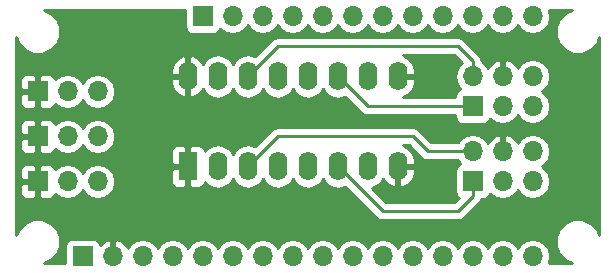
<source format=gbr>
G04 #@! TF.FileFunction,Copper,L3,Inr,Signal*
%FSLAX46Y46*%
G04 Gerber Fmt 4.6, Leading zero omitted, Abs format (unit mm)*
G04 Created by KiCad (PCBNEW 4.0.6) date Wednesday, June 21, 2017 'PMt' 08:53:47 PM*
%MOMM*%
%LPD*%
G01*
G04 APERTURE LIST*
%ADD10C,0.100000*%
%ADD11R,1.600000X2.400000*%
%ADD12O,1.600000X2.400000*%
%ADD13R,1.700000X1.700000*%
%ADD14O,1.700000X1.700000*%
%ADD15C,0.250000*%
%ADD16C,0.254000*%
G04 APERTURE END LIST*
D10*
D11*
X99060000Y-100330000D03*
D12*
X116840000Y-92710000D03*
X101600000Y-100330000D03*
X114300000Y-92710000D03*
X104140000Y-100330000D03*
X111760000Y-92710000D03*
X106680000Y-100330000D03*
X109220000Y-92710000D03*
X109220000Y-100330000D03*
X106680000Y-92710000D03*
X111760000Y-100330000D03*
X104140000Y-92710000D03*
X114300000Y-100330000D03*
X101600000Y-92710000D03*
X116840000Y-100330000D03*
X99060000Y-92710000D03*
D13*
X86360000Y-93980000D03*
D14*
X88900000Y-93980000D03*
X91440000Y-93980000D03*
D13*
X100330000Y-87630000D03*
D14*
X102870000Y-87630000D03*
X105410000Y-87630000D03*
X107950000Y-87630000D03*
X110490000Y-87630000D03*
X113030000Y-87630000D03*
X115570000Y-87630000D03*
X118110000Y-87630000D03*
X120650000Y-87630000D03*
X123190000Y-87630000D03*
X125730000Y-87630000D03*
X128270000Y-87630000D03*
D13*
X86360000Y-97790000D03*
D14*
X88900000Y-97790000D03*
X91440000Y-97790000D03*
D13*
X90170000Y-107950000D03*
D14*
X92710000Y-107950000D03*
X95250000Y-107950000D03*
X97790000Y-107950000D03*
X100330000Y-107950000D03*
X102870000Y-107950000D03*
X105410000Y-107950000D03*
X107950000Y-107950000D03*
X110490000Y-107950000D03*
X113030000Y-107950000D03*
X115570000Y-107950000D03*
X118110000Y-107950000D03*
X120650000Y-107950000D03*
X123190000Y-107950000D03*
X125730000Y-107950000D03*
X128270000Y-107950000D03*
D13*
X86360000Y-101600000D03*
D14*
X88900000Y-101600000D03*
X91440000Y-101600000D03*
D13*
X123190000Y-101600000D03*
D14*
X123190000Y-99060000D03*
X125730000Y-101600000D03*
X125730000Y-99060000D03*
X128270000Y-101600000D03*
X128270000Y-99060000D03*
D13*
X123190000Y-95250000D03*
D14*
X123190000Y-92710000D03*
X125730000Y-95250000D03*
X125730000Y-92710000D03*
X128270000Y-95250000D03*
X128270000Y-92710000D03*
D15*
X123190000Y-99060000D02*
X119380000Y-99060000D01*
X119380000Y-99060000D02*
X118110000Y-97790000D01*
X118110000Y-97790000D02*
X106680000Y-97790000D01*
X106680000Y-97790000D02*
X104140000Y-100330000D01*
X123190000Y-95250000D02*
X114300000Y-95250000D01*
X114300000Y-95250000D02*
X111760000Y-92710000D01*
X123190000Y-101600000D02*
X123190000Y-102870000D01*
X123190000Y-102870000D02*
X121920000Y-104140000D01*
X121920000Y-104140000D02*
X115570000Y-104140000D01*
X115570000Y-104140000D02*
X111760000Y-100330000D01*
X123190000Y-92710000D02*
X123190000Y-91440000D01*
X123190000Y-91440000D02*
X121920000Y-90170000D01*
X121920000Y-90170000D02*
X106680000Y-90170000D01*
X106680000Y-90170000D02*
X104140000Y-92710000D01*
D16*
G36*
X98832560Y-88480000D02*
X98876838Y-88715317D01*
X99015910Y-88931441D01*
X99228110Y-89076431D01*
X99480000Y-89127440D01*
X101180000Y-89127440D01*
X101415317Y-89083162D01*
X101631441Y-88944090D01*
X101776431Y-88731890D01*
X101790086Y-88664459D01*
X101819946Y-88709147D01*
X102301715Y-89031054D01*
X102870000Y-89144093D01*
X103438285Y-89031054D01*
X103920054Y-88709147D01*
X104140000Y-88379974D01*
X104359946Y-88709147D01*
X104841715Y-89031054D01*
X105410000Y-89144093D01*
X105978285Y-89031054D01*
X106460054Y-88709147D01*
X106680000Y-88379974D01*
X106899946Y-88709147D01*
X107381715Y-89031054D01*
X107950000Y-89144093D01*
X108518285Y-89031054D01*
X109000054Y-88709147D01*
X109220000Y-88379974D01*
X109439946Y-88709147D01*
X109921715Y-89031054D01*
X110490000Y-89144093D01*
X111058285Y-89031054D01*
X111540054Y-88709147D01*
X111760000Y-88379974D01*
X111979946Y-88709147D01*
X112461715Y-89031054D01*
X113030000Y-89144093D01*
X113598285Y-89031054D01*
X114080054Y-88709147D01*
X114300000Y-88379974D01*
X114519946Y-88709147D01*
X115001715Y-89031054D01*
X115570000Y-89144093D01*
X116138285Y-89031054D01*
X116620054Y-88709147D01*
X116840000Y-88379974D01*
X117059946Y-88709147D01*
X117541715Y-89031054D01*
X118110000Y-89144093D01*
X118678285Y-89031054D01*
X119160054Y-88709147D01*
X119380000Y-88379974D01*
X119599946Y-88709147D01*
X120081715Y-89031054D01*
X120650000Y-89144093D01*
X121218285Y-89031054D01*
X121700054Y-88709147D01*
X121920000Y-88379974D01*
X122139946Y-88709147D01*
X122621715Y-89031054D01*
X123190000Y-89144093D01*
X123758285Y-89031054D01*
X124240054Y-88709147D01*
X124460000Y-88379974D01*
X124679946Y-88709147D01*
X125161715Y-89031054D01*
X125730000Y-89144093D01*
X126298285Y-89031054D01*
X126780054Y-88709147D01*
X127000000Y-88379974D01*
X127219946Y-88709147D01*
X127701715Y-89031054D01*
X128270000Y-89144093D01*
X128838285Y-89031054D01*
X129320054Y-88709147D01*
X129641961Y-88227378D01*
X129755000Y-87659093D01*
X129755000Y-87600907D01*
X129649396Y-87070000D01*
X131572796Y-87070000D01*
X131013628Y-87301043D01*
X130482907Y-87830839D01*
X130195328Y-88523405D01*
X130194674Y-89273305D01*
X130481043Y-89966372D01*
X131010839Y-90497093D01*
X131703405Y-90784672D01*
X132453305Y-90785326D01*
X133146372Y-90498957D01*
X133677093Y-89969161D01*
X133910000Y-89408260D01*
X133910000Y-106172796D01*
X133678957Y-105613628D01*
X133149161Y-105082907D01*
X132456595Y-104795328D01*
X131706695Y-104794674D01*
X131013628Y-105081043D01*
X130482907Y-105610839D01*
X130195328Y-106303405D01*
X130194674Y-107053305D01*
X130481043Y-107746372D01*
X131010839Y-108277093D01*
X131571740Y-108510000D01*
X129649396Y-108510000D01*
X129755000Y-107979093D01*
X129755000Y-107920907D01*
X129641961Y-107352622D01*
X129320054Y-106870853D01*
X128838285Y-106548946D01*
X128270000Y-106435907D01*
X127701715Y-106548946D01*
X127219946Y-106870853D01*
X127000000Y-107200026D01*
X126780054Y-106870853D01*
X126298285Y-106548946D01*
X125730000Y-106435907D01*
X125161715Y-106548946D01*
X124679946Y-106870853D01*
X124460000Y-107200026D01*
X124240054Y-106870853D01*
X123758285Y-106548946D01*
X123190000Y-106435907D01*
X122621715Y-106548946D01*
X122139946Y-106870853D01*
X121920000Y-107200026D01*
X121700054Y-106870853D01*
X121218285Y-106548946D01*
X120650000Y-106435907D01*
X120081715Y-106548946D01*
X119599946Y-106870853D01*
X119380000Y-107200026D01*
X119160054Y-106870853D01*
X118678285Y-106548946D01*
X118110000Y-106435907D01*
X117541715Y-106548946D01*
X117059946Y-106870853D01*
X116840000Y-107200026D01*
X116620054Y-106870853D01*
X116138285Y-106548946D01*
X115570000Y-106435907D01*
X115001715Y-106548946D01*
X114519946Y-106870853D01*
X114300000Y-107200026D01*
X114080054Y-106870853D01*
X113598285Y-106548946D01*
X113030000Y-106435907D01*
X112461715Y-106548946D01*
X111979946Y-106870853D01*
X111760000Y-107200026D01*
X111540054Y-106870853D01*
X111058285Y-106548946D01*
X110490000Y-106435907D01*
X109921715Y-106548946D01*
X109439946Y-106870853D01*
X109220000Y-107200026D01*
X109000054Y-106870853D01*
X108518285Y-106548946D01*
X107950000Y-106435907D01*
X107381715Y-106548946D01*
X106899946Y-106870853D01*
X106680000Y-107200026D01*
X106460054Y-106870853D01*
X105978285Y-106548946D01*
X105410000Y-106435907D01*
X104841715Y-106548946D01*
X104359946Y-106870853D01*
X104140000Y-107200026D01*
X103920054Y-106870853D01*
X103438285Y-106548946D01*
X102870000Y-106435907D01*
X102301715Y-106548946D01*
X101819946Y-106870853D01*
X101600000Y-107200026D01*
X101380054Y-106870853D01*
X100898285Y-106548946D01*
X100330000Y-106435907D01*
X99761715Y-106548946D01*
X99279946Y-106870853D01*
X99060000Y-107200026D01*
X98840054Y-106870853D01*
X98358285Y-106548946D01*
X97790000Y-106435907D01*
X97221715Y-106548946D01*
X96739946Y-106870853D01*
X96520000Y-107200026D01*
X96300054Y-106870853D01*
X95818285Y-106548946D01*
X95250000Y-106435907D01*
X94681715Y-106548946D01*
X94199946Y-106870853D01*
X93972298Y-107211553D01*
X93905183Y-107068642D01*
X93476924Y-106678355D01*
X93066890Y-106508524D01*
X92837000Y-106629845D01*
X92837000Y-107823000D01*
X92857000Y-107823000D01*
X92857000Y-108077000D01*
X92837000Y-108077000D01*
X92837000Y-108097000D01*
X92583000Y-108097000D01*
X92583000Y-108077000D01*
X92563000Y-108077000D01*
X92563000Y-107823000D01*
X92583000Y-107823000D01*
X92583000Y-106629845D01*
X92353110Y-106508524D01*
X91943076Y-106678355D01*
X91640063Y-106954501D01*
X91623162Y-106864683D01*
X91484090Y-106648559D01*
X91271890Y-106503569D01*
X91020000Y-106452560D01*
X89320000Y-106452560D01*
X89084683Y-106496838D01*
X88868559Y-106635910D01*
X88723569Y-106848110D01*
X88672560Y-107100000D01*
X88672560Y-108510000D01*
X86867204Y-108510000D01*
X87426372Y-108278957D01*
X87957093Y-107749161D01*
X88244672Y-107056595D01*
X88245326Y-106306695D01*
X87958957Y-105613628D01*
X87429161Y-105082907D01*
X86736595Y-104795328D01*
X85986695Y-104794674D01*
X85293628Y-105081043D01*
X84762907Y-105610839D01*
X84530000Y-106171740D01*
X84530000Y-101885750D01*
X84875000Y-101885750D01*
X84875000Y-102576309D01*
X84971673Y-102809698D01*
X85150301Y-102988327D01*
X85383690Y-103085000D01*
X86074250Y-103085000D01*
X86233000Y-102926250D01*
X86233000Y-101727000D01*
X85033750Y-101727000D01*
X84875000Y-101885750D01*
X84530000Y-101885750D01*
X84530000Y-100623691D01*
X84875000Y-100623691D01*
X84875000Y-101314250D01*
X85033750Y-101473000D01*
X86233000Y-101473000D01*
X86233000Y-100273750D01*
X86487000Y-100273750D01*
X86487000Y-101473000D01*
X86507000Y-101473000D01*
X86507000Y-101727000D01*
X86487000Y-101727000D01*
X86487000Y-102926250D01*
X86645750Y-103085000D01*
X87336310Y-103085000D01*
X87569699Y-102988327D01*
X87748327Y-102809698D01*
X87820597Y-102635223D01*
X87849946Y-102679147D01*
X88331715Y-103001054D01*
X88900000Y-103114093D01*
X89468285Y-103001054D01*
X89950054Y-102679147D01*
X90170000Y-102349974D01*
X90389946Y-102679147D01*
X90871715Y-103001054D01*
X91440000Y-103114093D01*
X92008285Y-103001054D01*
X92490054Y-102679147D01*
X92811961Y-102197378D01*
X92925000Y-101629093D01*
X92925000Y-101570907D01*
X92811961Y-101002622D01*
X92553462Y-100615750D01*
X97625000Y-100615750D01*
X97625000Y-101656309D01*
X97721673Y-101889698D01*
X97900301Y-102068327D01*
X98133690Y-102165000D01*
X98774250Y-102165000D01*
X98933000Y-102006250D01*
X98933000Y-100457000D01*
X97783750Y-100457000D01*
X97625000Y-100615750D01*
X92553462Y-100615750D01*
X92490054Y-100520853D01*
X92008285Y-100198946D01*
X91440000Y-100085907D01*
X90871715Y-100198946D01*
X90389946Y-100520853D01*
X90170000Y-100850026D01*
X89950054Y-100520853D01*
X89468285Y-100198946D01*
X88900000Y-100085907D01*
X88331715Y-100198946D01*
X87849946Y-100520853D01*
X87820597Y-100564777D01*
X87748327Y-100390302D01*
X87569699Y-100211673D01*
X87336310Y-100115000D01*
X86645750Y-100115000D01*
X86487000Y-100273750D01*
X86233000Y-100273750D01*
X86074250Y-100115000D01*
X85383690Y-100115000D01*
X85150301Y-100211673D01*
X84971673Y-100390302D01*
X84875000Y-100623691D01*
X84530000Y-100623691D01*
X84530000Y-98075750D01*
X84875000Y-98075750D01*
X84875000Y-98766309D01*
X84971673Y-98999698D01*
X85150301Y-99178327D01*
X85383690Y-99275000D01*
X86074250Y-99275000D01*
X86233000Y-99116250D01*
X86233000Y-97917000D01*
X85033750Y-97917000D01*
X84875000Y-98075750D01*
X84530000Y-98075750D01*
X84530000Y-96813691D01*
X84875000Y-96813691D01*
X84875000Y-97504250D01*
X85033750Y-97663000D01*
X86233000Y-97663000D01*
X86233000Y-96463750D01*
X86487000Y-96463750D01*
X86487000Y-97663000D01*
X86507000Y-97663000D01*
X86507000Y-97917000D01*
X86487000Y-97917000D01*
X86487000Y-99116250D01*
X86645750Y-99275000D01*
X87336310Y-99275000D01*
X87569699Y-99178327D01*
X87748327Y-98999698D01*
X87820597Y-98825223D01*
X87849946Y-98869147D01*
X88331715Y-99191054D01*
X88900000Y-99304093D01*
X89468285Y-99191054D01*
X89950054Y-98869147D01*
X90170000Y-98539974D01*
X90389946Y-98869147D01*
X90871715Y-99191054D01*
X91440000Y-99304093D01*
X92008285Y-99191054D01*
X92288694Y-99003691D01*
X97625000Y-99003691D01*
X97625000Y-100044250D01*
X97783750Y-100203000D01*
X98933000Y-100203000D01*
X98933000Y-98653750D01*
X99187000Y-98653750D01*
X99187000Y-100203000D01*
X99207000Y-100203000D01*
X99207000Y-100457000D01*
X99187000Y-100457000D01*
X99187000Y-102006250D01*
X99345750Y-102165000D01*
X99986310Y-102165000D01*
X100219699Y-102068327D01*
X100398327Y-101889698D01*
X100495000Y-101656309D01*
X100495000Y-101645502D01*
X100585302Y-101780648D01*
X101050849Y-102091717D01*
X101600000Y-102200950D01*
X102149151Y-102091717D01*
X102614698Y-101780648D01*
X102870000Y-101398562D01*
X103125302Y-101780648D01*
X103590849Y-102091717D01*
X104140000Y-102200950D01*
X104689151Y-102091717D01*
X105154698Y-101780648D01*
X105410000Y-101398562D01*
X105665302Y-101780648D01*
X106130849Y-102091717D01*
X106680000Y-102200950D01*
X107229151Y-102091717D01*
X107694698Y-101780648D01*
X107950000Y-101398562D01*
X108205302Y-101780648D01*
X108670849Y-102091717D01*
X109220000Y-102200950D01*
X109769151Y-102091717D01*
X110234698Y-101780648D01*
X110490000Y-101398562D01*
X110745302Y-101780648D01*
X111210849Y-102091717D01*
X111760000Y-102200950D01*
X112309151Y-102091717D01*
X112391734Y-102036536D01*
X115032599Y-104677401D01*
X115279161Y-104842148D01*
X115570000Y-104900000D01*
X121920000Y-104900000D01*
X122210839Y-104842148D01*
X122457401Y-104677401D01*
X123727401Y-103407401D01*
X123892148Y-103160840D01*
X123904759Y-103097440D01*
X124040000Y-103097440D01*
X124275317Y-103053162D01*
X124491441Y-102914090D01*
X124636431Y-102701890D01*
X124650086Y-102634459D01*
X124679946Y-102679147D01*
X125161715Y-103001054D01*
X125730000Y-103114093D01*
X126298285Y-103001054D01*
X126780054Y-102679147D01*
X127000000Y-102349974D01*
X127219946Y-102679147D01*
X127701715Y-103001054D01*
X128270000Y-103114093D01*
X128838285Y-103001054D01*
X129320054Y-102679147D01*
X129641961Y-102197378D01*
X129755000Y-101629093D01*
X129755000Y-101570907D01*
X129641961Y-101002622D01*
X129320054Y-100520853D01*
X129034422Y-100330000D01*
X129320054Y-100139147D01*
X129641961Y-99657378D01*
X129755000Y-99089093D01*
X129755000Y-99030907D01*
X129641961Y-98462622D01*
X129320054Y-97980853D01*
X128838285Y-97658946D01*
X128270000Y-97545907D01*
X127701715Y-97658946D01*
X127219946Y-97980853D01*
X126992298Y-98321553D01*
X126925183Y-98178642D01*
X126496924Y-97788355D01*
X126086890Y-97618524D01*
X125857000Y-97739845D01*
X125857000Y-98933000D01*
X125877000Y-98933000D01*
X125877000Y-99187000D01*
X125857000Y-99187000D01*
X125857000Y-99207000D01*
X125603000Y-99207000D01*
X125603000Y-99187000D01*
X125583000Y-99187000D01*
X125583000Y-98933000D01*
X125603000Y-98933000D01*
X125603000Y-97739845D01*
X125373110Y-97618524D01*
X124963076Y-97788355D01*
X124534817Y-98178642D01*
X124467702Y-98321553D01*
X124240054Y-97980853D01*
X123758285Y-97658946D01*
X123190000Y-97545907D01*
X122621715Y-97658946D01*
X122139946Y-97980853D01*
X121926699Y-98300000D01*
X119694802Y-98300000D01*
X118647401Y-97252599D01*
X118400839Y-97087852D01*
X118110000Y-97030000D01*
X106680000Y-97030000D01*
X106437414Y-97078254D01*
X106389160Y-97087852D01*
X106142599Y-97252599D01*
X104771734Y-98623464D01*
X104689151Y-98568283D01*
X104140000Y-98459050D01*
X103590849Y-98568283D01*
X103125302Y-98879352D01*
X102870000Y-99261438D01*
X102614698Y-98879352D01*
X102149151Y-98568283D01*
X101600000Y-98459050D01*
X101050849Y-98568283D01*
X100585302Y-98879352D01*
X100495000Y-99014498D01*
X100495000Y-99003691D01*
X100398327Y-98770302D01*
X100219699Y-98591673D01*
X99986310Y-98495000D01*
X99345750Y-98495000D01*
X99187000Y-98653750D01*
X98933000Y-98653750D01*
X98774250Y-98495000D01*
X98133690Y-98495000D01*
X97900301Y-98591673D01*
X97721673Y-98770302D01*
X97625000Y-99003691D01*
X92288694Y-99003691D01*
X92490054Y-98869147D01*
X92811961Y-98387378D01*
X92925000Y-97819093D01*
X92925000Y-97760907D01*
X92811961Y-97192622D01*
X92490054Y-96710853D01*
X92008285Y-96388946D01*
X91440000Y-96275907D01*
X90871715Y-96388946D01*
X90389946Y-96710853D01*
X90170000Y-97040026D01*
X89950054Y-96710853D01*
X89468285Y-96388946D01*
X88900000Y-96275907D01*
X88331715Y-96388946D01*
X87849946Y-96710853D01*
X87820597Y-96754777D01*
X87748327Y-96580302D01*
X87569699Y-96401673D01*
X87336310Y-96305000D01*
X86645750Y-96305000D01*
X86487000Y-96463750D01*
X86233000Y-96463750D01*
X86074250Y-96305000D01*
X85383690Y-96305000D01*
X85150301Y-96401673D01*
X84971673Y-96580302D01*
X84875000Y-96813691D01*
X84530000Y-96813691D01*
X84530000Y-94265750D01*
X84875000Y-94265750D01*
X84875000Y-94956309D01*
X84971673Y-95189698D01*
X85150301Y-95368327D01*
X85383690Y-95465000D01*
X86074250Y-95465000D01*
X86233000Y-95306250D01*
X86233000Y-94107000D01*
X85033750Y-94107000D01*
X84875000Y-94265750D01*
X84530000Y-94265750D01*
X84530000Y-93003691D01*
X84875000Y-93003691D01*
X84875000Y-93694250D01*
X85033750Y-93853000D01*
X86233000Y-93853000D01*
X86233000Y-92653750D01*
X86487000Y-92653750D01*
X86487000Y-93853000D01*
X86507000Y-93853000D01*
X86507000Y-94107000D01*
X86487000Y-94107000D01*
X86487000Y-95306250D01*
X86645750Y-95465000D01*
X87336310Y-95465000D01*
X87569699Y-95368327D01*
X87748327Y-95189698D01*
X87820597Y-95015223D01*
X87849946Y-95059147D01*
X88331715Y-95381054D01*
X88900000Y-95494093D01*
X89468285Y-95381054D01*
X89950054Y-95059147D01*
X90170000Y-94729974D01*
X90389946Y-95059147D01*
X90871715Y-95381054D01*
X91440000Y-95494093D01*
X92008285Y-95381054D01*
X92490054Y-95059147D01*
X92811961Y-94577378D01*
X92925000Y-94009093D01*
X92925000Y-93950907D01*
X92811961Y-93382622D01*
X92490054Y-92900853D01*
X92394492Y-92837000D01*
X97625000Y-92837000D01*
X97625000Y-93237000D01*
X97782834Y-93776483D01*
X98135104Y-94214500D01*
X98628181Y-94484367D01*
X98710961Y-94501904D01*
X98933000Y-94379915D01*
X98933000Y-92837000D01*
X97625000Y-92837000D01*
X92394492Y-92837000D01*
X92008285Y-92578946D01*
X91440000Y-92465907D01*
X90871715Y-92578946D01*
X90389946Y-92900853D01*
X90170000Y-93230026D01*
X89950054Y-92900853D01*
X89468285Y-92578946D01*
X88900000Y-92465907D01*
X88331715Y-92578946D01*
X87849946Y-92900853D01*
X87820597Y-92944777D01*
X87748327Y-92770302D01*
X87569699Y-92591673D01*
X87336310Y-92495000D01*
X86645750Y-92495000D01*
X86487000Y-92653750D01*
X86233000Y-92653750D01*
X86074250Y-92495000D01*
X85383690Y-92495000D01*
X85150301Y-92591673D01*
X84971673Y-92770302D01*
X84875000Y-93003691D01*
X84530000Y-93003691D01*
X84530000Y-92183000D01*
X97625000Y-92183000D01*
X97625000Y-92583000D01*
X98933000Y-92583000D01*
X98933000Y-91040085D01*
X99187000Y-91040085D01*
X99187000Y-92583000D01*
X99207000Y-92583000D01*
X99207000Y-92837000D01*
X99187000Y-92837000D01*
X99187000Y-94379915D01*
X99409039Y-94501904D01*
X99491819Y-94484367D01*
X99984896Y-94214500D01*
X100332493Y-93782293D01*
X100585302Y-94160648D01*
X101050849Y-94471717D01*
X101600000Y-94580950D01*
X102149151Y-94471717D01*
X102614698Y-94160648D01*
X102870000Y-93778562D01*
X103125302Y-94160648D01*
X103590849Y-94471717D01*
X104140000Y-94580950D01*
X104689151Y-94471717D01*
X105154698Y-94160648D01*
X105410000Y-93778562D01*
X105665302Y-94160648D01*
X106130849Y-94471717D01*
X106680000Y-94580950D01*
X107229151Y-94471717D01*
X107694698Y-94160648D01*
X107950000Y-93778562D01*
X108205302Y-94160648D01*
X108670849Y-94471717D01*
X109220000Y-94580950D01*
X109769151Y-94471717D01*
X110234698Y-94160648D01*
X110490000Y-93778562D01*
X110745302Y-94160648D01*
X111210849Y-94471717D01*
X111760000Y-94580950D01*
X112309151Y-94471717D01*
X112391734Y-94416536D01*
X113762599Y-95787401D01*
X114009160Y-95952148D01*
X114057414Y-95961746D01*
X114300000Y-96010000D01*
X121692560Y-96010000D01*
X121692560Y-96100000D01*
X121736838Y-96335317D01*
X121875910Y-96551441D01*
X122088110Y-96696431D01*
X122340000Y-96747440D01*
X124040000Y-96747440D01*
X124275317Y-96703162D01*
X124491441Y-96564090D01*
X124636431Y-96351890D01*
X124650086Y-96284459D01*
X124679946Y-96329147D01*
X125161715Y-96651054D01*
X125730000Y-96764093D01*
X126298285Y-96651054D01*
X126780054Y-96329147D01*
X127000000Y-95999974D01*
X127219946Y-96329147D01*
X127701715Y-96651054D01*
X128270000Y-96764093D01*
X128838285Y-96651054D01*
X129320054Y-96329147D01*
X129641961Y-95847378D01*
X129755000Y-95279093D01*
X129755000Y-95220907D01*
X129641961Y-94652622D01*
X129320054Y-94170853D01*
X129034422Y-93980000D01*
X129320054Y-93789147D01*
X129641961Y-93307378D01*
X129755000Y-92739093D01*
X129755000Y-92680907D01*
X129641961Y-92112622D01*
X129320054Y-91630853D01*
X128838285Y-91308946D01*
X128270000Y-91195907D01*
X127701715Y-91308946D01*
X127219946Y-91630853D01*
X126992298Y-91971553D01*
X126925183Y-91828642D01*
X126496924Y-91438355D01*
X126086890Y-91268524D01*
X125857000Y-91389845D01*
X125857000Y-92583000D01*
X125877000Y-92583000D01*
X125877000Y-92837000D01*
X125857000Y-92837000D01*
X125857000Y-92857000D01*
X125603000Y-92857000D01*
X125603000Y-92837000D01*
X125583000Y-92837000D01*
X125583000Y-92583000D01*
X125603000Y-92583000D01*
X125603000Y-91389845D01*
X125373110Y-91268524D01*
X124963076Y-91438355D01*
X124534817Y-91828642D01*
X124467702Y-91971553D01*
X124240054Y-91630853D01*
X123949322Y-91436593D01*
X123903355Y-91205500D01*
X123892148Y-91149160D01*
X123727401Y-90902599D01*
X122457401Y-89632599D01*
X122210839Y-89467852D01*
X121920000Y-89410000D01*
X106680000Y-89410000D01*
X106437414Y-89458254D01*
X106389160Y-89467852D01*
X106142599Y-89632599D01*
X104771734Y-91003464D01*
X104689151Y-90948283D01*
X104140000Y-90839050D01*
X103590849Y-90948283D01*
X103125302Y-91259352D01*
X102870000Y-91641438D01*
X102614698Y-91259352D01*
X102149151Y-90948283D01*
X101600000Y-90839050D01*
X101050849Y-90948283D01*
X100585302Y-91259352D01*
X100332493Y-91637707D01*
X99984896Y-91205500D01*
X99491819Y-90935633D01*
X99409039Y-90918096D01*
X99187000Y-91040085D01*
X98933000Y-91040085D01*
X98710961Y-90918096D01*
X98628181Y-90935633D01*
X98135104Y-91205500D01*
X97782834Y-91643517D01*
X97625000Y-92183000D01*
X84530000Y-92183000D01*
X84530000Y-89407204D01*
X84761043Y-89966372D01*
X85290839Y-90497093D01*
X85983405Y-90784672D01*
X86733305Y-90785326D01*
X87426372Y-90498957D01*
X87957093Y-89969161D01*
X88244672Y-89276595D01*
X88245326Y-88526695D01*
X87958957Y-87833628D01*
X87429161Y-87302907D01*
X86868260Y-87070000D01*
X98832560Y-87070000D01*
X98832560Y-88480000D01*
X98832560Y-88480000D01*
G37*
X98832560Y-88480000D02*
X98876838Y-88715317D01*
X99015910Y-88931441D01*
X99228110Y-89076431D01*
X99480000Y-89127440D01*
X101180000Y-89127440D01*
X101415317Y-89083162D01*
X101631441Y-88944090D01*
X101776431Y-88731890D01*
X101790086Y-88664459D01*
X101819946Y-88709147D01*
X102301715Y-89031054D01*
X102870000Y-89144093D01*
X103438285Y-89031054D01*
X103920054Y-88709147D01*
X104140000Y-88379974D01*
X104359946Y-88709147D01*
X104841715Y-89031054D01*
X105410000Y-89144093D01*
X105978285Y-89031054D01*
X106460054Y-88709147D01*
X106680000Y-88379974D01*
X106899946Y-88709147D01*
X107381715Y-89031054D01*
X107950000Y-89144093D01*
X108518285Y-89031054D01*
X109000054Y-88709147D01*
X109220000Y-88379974D01*
X109439946Y-88709147D01*
X109921715Y-89031054D01*
X110490000Y-89144093D01*
X111058285Y-89031054D01*
X111540054Y-88709147D01*
X111760000Y-88379974D01*
X111979946Y-88709147D01*
X112461715Y-89031054D01*
X113030000Y-89144093D01*
X113598285Y-89031054D01*
X114080054Y-88709147D01*
X114300000Y-88379974D01*
X114519946Y-88709147D01*
X115001715Y-89031054D01*
X115570000Y-89144093D01*
X116138285Y-89031054D01*
X116620054Y-88709147D01*
X116840000Y-88379974D01*
X117059946Y-88709147D01*
X117541715Y-89031054D01*
X118110000Y-89144093D01*
X118678285Y-89031054D01*
X119160054Y-88709147D01*
X119380000Y-88379974D01*
X119599946Y-88709147D01*
X120081715Y-89031054D01*
X120650000Y-89144093D01*
X121218285Y-89031054D01*
X121700054Y-88709147D01*
X121920000Y-88379974D01*
X122139946Y-88709147D01*
X122621715Y-89031054D01*
X123190000Y-89144093D01*
X123758285Y-89031054D01*
X124240054Y-88709147D01*
X124460000Y-88379974D01*
X124679946Y-88709147D01*
X125161715Y-89031054D01*
X125730000Y-89144093D01*
X126298285Y-89031054D01*
X126780054Y-88709147D01*
X127000000Y-88379974D01*
X127219946Y-88709147D01*
X127701715Y-89031054D01*
X128270000Y-89144093D01*
X128838285Y-89031054D01*
X129320054Y-88709147D01*
X129641961Y-88227378D01*
X129755000Y-87659093D01*
X129755000Y-87600907D01*
X129649396Y-87070000D01*
X131572796Y-87070000D01*
X131013628Y-87301043D01*
X130482907Y-87830839D01*
X130195328Y-88523405D01*
X130194674Y-89273305D01*
X130481043Y-89966372D01*
X131010839Y-90497093D01*
X131703405Y-90784672D01*
X132453305Y-90785326D01*
X133146372Y-90498957D01*
X133677093Y-89969161D01*
X133910000Y-89408260D01*
X133910000Y-106172796D01*
X133678957Y-105613628D01*
X133149161Y-105082907D01*
X132456595Y-104795328D01*
X131706695Y-104794674D01*
X131013628Y-105081043D01*
X130482907Y-105610839D01*
X130195328Y-106303405D01*
X130194674Y-107053305D01*
X130481043Y-107746372D01*
X131010839Y-108277093D01*
X131571740Y-108510000D01*
X129649396Y-108510000D01*
X129755000Y-107979093D01*
X129755000Y-107920907D01*
X129641961Y-107352622D01*
X129320054Y-106870853D01*
X128838285Y-106548946D01*
X128270000Y-106435907D01*
X127701715Y-106548946D01*
X127219946Y-106870853D01*
X127000000Y-107200026D01*
X126780054Y-106870853D01*
X126298285Y-106548946D01*
X125730000Y-106435907D01*
X125161715Y-106548946D01*
X124679946Y-106870853D01*
X124460000Y-107200026D01*
X124240054Y-106870853D01*
X123758285Y-106548946D01*
X123190000Y-106435907D01*
X122621715Y-106548946D01*
X122139946Y-106870853D01*
X121920000Y-107200026D01*
X121700054Y-106870853D01*
X121218285Y-106548946D01*
X120650000Y-106435907D01*
X120081715Y-106548946D01*
X119599946Y-106870853D01*
X119380000Y-107200026D01*
X119160054Y-106870853D01*
X118678285Y-106548946D01*
X118110000Y-106435907D01*
X117541715Y-106548946D01*
X117059946Y-106870853D01*
X116840000Y-107200026D01*
X116620054Y-106870853D01*
X116138285Y-106548946D01*
X115570000Y-106435907D01*
X115001715Y-106548946D01*
X114519946Y-106870853D01*
X114300000Y-107200026D01*
X114080054Y-106870853D01*
X113598285Y-106548946D01*
X113030000Y-106435907D01*
X112461715Y-106548946D01*
X111979946Y-106870853D01*
X111760000Y-107200026D01*
X111540054Y-106870853D01*
X111058285Y-106548946D01*
X110490000Y-106435907D01*
X109921715Y-106548946D01*
X109439946Y-106870853D01*
X109220000Y-107200026D01*
X109000054Y-106870853D01*
X108518285Y-106548946D01*
X107950000Y-106435907D01*
X107381715Y-106548946D01*
X106899946Y-106870853D01*
X106680000Y-107200026D01*
X106460054Y-106870853D01*
X105978285Y-106548946D01*
X105410000Y-106435907D01*
X104841715Y-106548946D01*
X104359946Y-106870853D01*
X104140000Y-107200026D01*
X103920054Y-106870853D01*
X103438285Y-106548946D01*
X102870000Y-106435907D01*
X102301715Y-106548946D01*
X101819946Y-106870853D01*
X101600000Y-107200026D01*
X101380054Y-106870853D01*
X100898285Y-106548946D01*
X100330000Y-106435907D01*
X99761715Y-106548946D01*
X99279946Y-106870853D01*
X99060000Y-107200026D01*
X98840054Y-106870853D01*
X98358285Y-106548946D01*
X97790000Y-106435907D01*
X97221715Y-106548946D01*
X96739946Y-106870853D01*
X96520000Y-107200026D01*
X96300054Y-106870853D01*
X95818285Y-106548946D01*
X95250000Y-106435907D01*
X94681715Y-106548946D01*
X94199946Y-106870853D01*
X93972298Y-107211553D01*
X93905183Y-107068642D01*
X93476924Y-106678355D01*
X93066890Y-106508524D01*
X92837000Y-106629845D01*
X92837000Y-107823000D01*
X92857000Y-107823000D01*
X92857000Y-108077000D01*
X92837000Y-108077000D01*
X92837000Y-108097000D01*
X92583000Y-108097000D01*
X92583000Y-108077000D01*
X92563000Y-108077000D01*
X92563000Y-107823000D01*
X92583000Y-107823000D01*
X92583000Y-106629845D01*
X92353110Y-106508524D01*
X91943076Y-106678355D01*
X91640063Y-106954501D01*
X91623162Y-106864683D01*
X91484090Y-106648559D01*
X91271890Y-106503569D01*
X91020000Y-106452560D01*
X89320000Y-106452560D01*
X89084683Y-106496838D01*
X88868559Y-106635910D01*
X88723569Y-106848110D01*
X88672560Y-107100000D01*
X88672560Y-108510000D01*
X86867204Y-108510000D01*
X87426372Y-108278957D01*
X87957093Y-107749161D01*
X88244672Y-107056595D01*
X88245326Y-106306695D01*
X87958957Y-105613628D01*
X87429161Y-105082907D01*
X86736595Y-104795328D01*
X85986695Y-104794674D01*
X85293628Y-105081043D01*
X84762907Y-105610839D01*
X84530000Y-106171740D01*
X84530000Y-101885750D01*
X84875000Y-101885750D01*
X84875000Y-102576309D01*
X84971673Y-102809698D01*
X85150301Y-102988327D01*
X85383690Y-103085000D01*
X86074250Y-103085000D01*
X86233000Y-102926250D01*
X86233000Y-101727000D01*
X85033750Y-101727000D01*
X84875000Y-101885750D01*
X84530000Y-101885750D01*
X84530000Y-100623691D01*
X84875000Y-100623691D01*
X84875000Y-101314250D01*
X85033750Y-101473000D01*
X86233000Y-101473000D01*
X86233000Y-100273750D01*
X86487000Y-100273750D01*
X86487000Y-101473000D01*
X86507000Y-101473000D01*
X86507000Y-101727000D01*
X86487000Y-101727000D01*
X86487000Y-102926250D01*
X86645750Y-103085000D01*
X87336310Y-103085000D01*
X87569699Y-102988327D01*
X87748327Y-102809698D01*
X87820597Y-102635223D01*
X87849946Y-102679147D01*
X88331715Y-103001054D01*
X88900000Y-103114093D01*
X89468285Y-103001054D01*
X89950054Y-102679147D01*
X90170000Y-102349974D01*
X90389946Y-102679147D01*
X90871715Y-103001054D01*
X91440000Y-103114093D01*
X92008285Y-103001054D01*
X92490054Y-102679147D01*
X92811961Y-102197378D01*
X92925000Y-101629093D01*
X92925000Y-101570907D01*
X92811961Y-101002622D01*
X92553462Y-100615750D01*
X97625000Y-100615750D01*
X97625000Y-101656309D01*
X97721673Y-101889698D01*
X97900301Y-102068327D01*
X98133690Y-102165000D01*
X98774250Y-102165000D01*
X98933000Y-102006250D01*
X98933000Y-100457000D01*
X97783750Y-100457000D01*
X97625000Y-100615750D01*
X92553462Y-100615750D01*
X92490054Y-100520853D01*
X92008285Y-100198946D01*
X91440000Y-100085907D01*
X90871715Y-100198946D01*
X90389946Y-100520853D01*
X90170000Y-100850026D01*
X89950054Y-100520853D01*
X89468285Y-100198946D01*
X88900000Y-100085907D01*
X88331715Y-100198946D01*
X87849946Y-100520853D01*
X87820597Y-100564777D01*
X87748327Y-100390302D01*
X87569699Y-100211673D01*
X87336310Y-100115000D01*
X86645750Y-100115000D01*
X86487000Y-100273750D01*
X86233000Y-100273750D01*
X86074250Y-100115000D01*
X85383690Y-100115000D01*
X85150301Y-100211673D01*
X84971673Y-100390302D01*
X84875000Y-100623691D01*
X84530000Y-100623691D01*
X84530000Y-98075750D01*
X84875000Y-98075750D01*
X84875000Y-98766309D01*
X84971673Y-98999698D01*
X85150301Y-99178327D01*
X85383690Y-99275000D01*
X86074250Y-99275000D01*
X86233000Y-99116250D01*
X86233000Y-97917000D01*
X85033750Y-97917000D01*
X84875000Y-98075750D01*
X84530000Y-98075750D01*
X84530000Y-96813691D01*
X84875000Y-96813691D01*
X84875000Y-97504250D01*
X85033750Y-97663000D01*
X86233000Y-97663000D01*
X86233000Y-96463750D01*
X86487000Y-96463750D01*
X86487000Y-97663000D01*
X86507000Y-97663000D01*
X86507000Y-97917000D01*
X86487000Y-97917000D01*
X86487000Y-99116250D01*
X86645750Y-99275000D01*
X87336310Y-99275000D01*
X87569699Y-99178327D01*
X87748327Y-98999698D01*
X87820597Y-98825223D01*
X87849946Y-98869147D01*
X88331715Y-99191054D01*
X88900000Y-99304093D01*
X89468285Y-99191054D01*
X89950054Y-98869147D01*
X90170000Y-98539974D01*
X90389946Y-98869147D01*
X90871715Y-99191054D01*
X91440000Y-99304093D01*
X92008285Y-99191054D01*
X92288694Y-99003691D01*
X97625000Y-99003691D01*
X97625000Y-100044250D01*
X97783750Y-100203000D01*
X98933000Y-100203000D01*
X98933000Y-98653750D01*
X99187000Y-98653750D01*
X99187000Y-100203000D01*
X99207000Y-100203000D01*
X99207000Y-100457000D01*
X99187000Y-100457000D01*
X99187000Y-102006250D01*
X99345750Y-102165000D01*
X99986310Y-102165000D01*
X100219699Y-102068327D01*
X100398327Y-101889698D01*
X100495000Y-101656309D01*
X100495000Y-101645502D01*
X100585302Y-101780648D01*
X101050849Y-102091717D01*
X101600000Y-102200950D01*
X102149151Y-102091717D01*
X102614698Y-101780648D01*
X102870000Y-101398562D01*
X103125302Y-101780648D01*
X103590849Y-102091717D01*
X104140000Y-102200950D01*
X104689151Y-102091717D01*
X105154698Y-101780648D01*
X105410000Y-101398562D01*
X105665302Y-101780648D01*
X106130849Y-102091717D01*
X106680000Y-102200950D01*
X107229151Y-102091717D01*
X107694698Y-101780648D01*
X107950000Y-101398562D01*
X108205302Y-101780648D01*
X108670849Y-102091717D01*
X109220000Y-102200950D01*
X109769151Y-102091717D01*
X110234698Y-101780648D01*
X110490000Y-101398562D01*
X110745302Y-101780648D01*
X111210849Y-102091717D01*
X111760000Y-102200950D01*
X112309151Y-102091717D01*
X112391734Y-102036536D01*
X115032599Y-104677401D01*
X115279161Y-104842148D01*
X115570000Y-104900000D01*
X121920000Y-104900000D01*
X122210839Y-104842148D01*
X122457401Y-104677401D01*
X123727401Y-103407401D01*
X123892148Y-103160840D01*
X123904759Y-103097440D01*
X124040000Y-103097440D01*
X124275317Y-103053162D01*
X124491441Y-102914090D01*
X124636431Y-102701890D01*
X124650086Y-102634459D01*
X124679946Y-102679147D01*
X125161715Y-103001054D01*
X125730000Y-103114093D01*
X126298285Y-103001054D01*
X126780054Y-102679147D01*
X127000000Y-102349974D01*
X127219946Y-102679147D01*
X127701715Y-103001054D01*
X128270000Y-103114093D01*
X128838285Y-103001054D01*
X129320054Y-102679147D01*
X129641961Y-102197378D01*
X129755000Y-101629093D01*
X129755000Y-101570907D01*
X129641961Y-101002622D01*
X129320054Y-100520853D01*
X129034422Y-100330000D01*
X129320054Y-100139147D01*
X129641961Y-99657378D01*
X129755000Y-99089093D01*
X129755000Y-99030907D01*
X129641961Y-98462622D01*
X129320054Y-97980853D01*
X128838285Y-97658946D01*
X128270000Y-97545907D01*
X127701715Y-97658946D01*
X127219946Y-97980853D01*
X126992298Y-98321553D01*
X126925183Y-98178642D01*
X126496924Y-97788355D01*
X126086890Y-97618524D01*
X125857000Y-97739845D01*
X125857000Y-98933000D01*
X125877000Y-98933000D01*
X125877000Y-99187000D01*
X125857000Y-99187000D01*
X125857000Y-99207000D01*
X125603000Y-99207000D01*
X125603000Y-99187000D01*
X125583000Y-99187000D01*
X125583000Y-98933000D01*
X125603000Y-98933000D01*
X125603000Y-97739845D01*
X125373110Y-97618524D01*
X124963076Y-97788355D01*
X124534817Y-98178642D01*
X124467702Y-98321553D01*
X124240054Y-97980853D01*
X123758285Y-97658946D01*
X123190000Y-97545907D01*
X122621715Y-97658946D01*
X122139946Y-97980853D01*
X121926699Y-98300000D01*
X119694802Y-98300000D01*
X118647401Y-97252599D01*
X118400839Y-97087852D01*
X118110000Y-97030000D01*
X106680000Y-97030000D01*
X106437414Y-97078254D01*
X106389160Y-97087852D01*
X106142599Y-97252599D01*
X104771734Y-98623464D01*
X104689151Y-98568283D01*
X104140000Y-98459050D01*
X103590849Y-98568283D01*
X103125302Y-98879352D01*
X102870000Y-99261438D01*
X102614698Y-98879352D01*
X102149151Y-98568283D01*
X101600000Y-98459050D01*
X101050849Y-98568283D01*
X100585302Y-98879352D01*
X100495000Y-99014498D01*
X100495000Y-99003691D01*
X100398327Y-98770302D01*
X100219699Y-98591673D01*
X99986310Y-98495000D01*
X99345750Y-98495000D01*
X99187000Y-98653750D01*
X98933000Y-98653750D01*
X98774250Y-98495000D01*
X98133690Y-98495000D01*
X97900301Y-98591673D01*
X97721673Y-98770302D01*
X97625000Y-99003691D01*
X92288694Y-99003691D01*
X92490054Y-98869147D01*
X92811961Y-98387378D01*
X92925000Y-97819093D01*
X92925000Y-97760907D01*
X92811961Y-97192622D01*
X92490054Y-96710853D01*
X92008285Y-96388946D01*
X91440000Y-96275907D01*
X90871715Y-96388946D01*
X90389946Y-96710853D01*
X90170000Y-97040026D01*
X89950054Y-96710853D01*
X89468285Y-96388946D01*
X88900000Y-96275907D01*
X88331715Y-96388946D01*
X87849946Y-96710853D01*
X87820597Y-96754777D01*
X87748327Y-96580302D01*
X87569699Y-96401673D01*
X87336310Y-96305000D01*
X86645750Y-96305000D01*
X86487000Y-96463750D01*
X86233000Y-96463750D01*
X86074250Y-96305000D01*
X85383690Y-96305000D01*
X85150301Y-96401673D01*
X84971673Y-96580302D01*
X84875000Y-96813691D01*
X84530000Y-96813691D01*
X84530000Y-94265750D01*
X84875000Y-94265750D01*
X84875000Y-94956309D01*
X84971673Y-95189698D01*
X85150301Y-95368327D01*
X85383690Y-95465000D01*
X86074250Y-95465000D01*
X86233000Y-95306250D01*
X86233000Y-94107000D01*
X85033750Y-94107000D01*
X84875000Y-94265750D01*
X84530000Y-94265750D01*
X84530000Y-93003691D01*
X84875000Y-93003691D01*
X84875000Y-93694250D01*
X85033750Y-93853000D01*
X86233000Y-93853000D01*
X86233000Y-92653750D01*
X86487000Y-92653750D01*
X86487000Y-93853000D01*
X86507000Y-93853000D01*
X86507000Y-94107000D01*
X86487000Y-94107000D01*
X86487000Y-95306250D01*
X86645750Y-95465000D01*
X87336310Y-95465000D01*
X87569699Y-95368327D01*
X87748327Y-95189698D01*
X87820597Y-95015223D01*
X87849946Y-95059147D01*
X88331715Y-95381054D01*
X88900000Y-95494093D01*
X89468285Y-95381054D01*
X89950054Y-95059147D01*
X90170000Y-94729974D01*
X90389946Y-95059147D01*
X90871715Y-95381054D01*
X91440000Y-95494093D01*
X92008285Y-95381054D01*
X92490054Y-95059147D01*
X92811961Y-94577378D01*
X92925000Y-94009093D01*
X92925000Y-93950907D01*
X92811961Y-93382622D01*
X92490054Y-92900853D01*
X92394492Y-92837000D01*
X97625000Y-92837000D01*
X97625000Y-93237000D01*
X97782834Y-93776483D01*
X98135104Y-94214500D01*
X98628181Y-94484367D01*
X98710961Y-94501904D01*
X98933000Y-94379915D01*
X98933000Y-92837000D01*
X97625000Y-92837000D01*
X92394492Y-92837000D01*
X92008285Y-92578946D01*
X91440000Y-92465907D01*
X90871715Y-92578946D01*
X90389946Y-92900853D01*
X90170000Y-93230026D01*
X89950054Y-92900853D01*
X89468285Y-92578946D01*
X88900000Y-92465907D01*
X88331715Y-92578946D01*
X87849946Y-92900853D01*
X87820597Y-92944777D01*
X87748327Y-92770302D01*
X87569699Y-92591673D01*
X87336310Y-92495000D01*
X86645750Y-92495000D01*
X86487000Y-92653750D01*
X86233000Y-92653750D01*
X86074250Y-92495000D01*
X85383690Y-92495000D01*
X85150301Y-92591673D01*
X84971673Y-92770302D01*
X84875000Y-93003691D01*
X84530000Y-93003691D01*
X84530000Y-92183000D01*
X97625000Y-92183000D01*
X97625000Y-92583000D01*
X98933000Y-92583000D01*
X98933000Y-91040085D01*
X99187000Y-91040085D01*
X99187000Y-92583000D01*
X99207000Y-92583000D01*
X99207000Y-92837000D01*
X99187000Y-92837000D01*
X99187000Y-94379915D01*
X99409039Y-94501904D01*
X99491819Y-94484367D01*
X99984896Y-94214500D01*
X100332493Y-93782293D01*
X100585302Y-94160648D01*
X101050849Y-94471717D01*
X101600000Y-94580950D01*
X102149151Y-94471717D01*
X102614698Y-94160648D01*
X102870000Y-93778562D01*
X103125302Y-94160648D01*
X103590849Y-94471717D01*
X104140000Y-94580950D01*
X104689151Y-94471717D01*
X105154698Y-94160648D01*
X105410000Y-93778562D01*
X105665302Y-94160648D01*
X106130849Y-94471717D01*
X106680000Y-94580950D01*
X107229151Y-94471717D01*
X107694698Y-94160648D01*
X107950000Y-93778562D01*
X108205302Y-94160648D01*
X108670849Y-94471717D01*
X109220000Y-94580950D01*
X109769151Y-94471717D01*
X110234698Y-94160648D01*
X110490000Y-93778562D01*
X110745302Y-94160648D01*
X111210849Y-94471717D01*
X111760000Y-94580950D01*
X112309151Y-94471717D01*
X112391734Y-94416536D01*
X113762599Y-95787401D01*
X114009160Y-95952148D01*
X114057414Y-95961746D01*
X114300000Y-96010000D01*
X121692560Y-96010000D01*
X121692560Y-96100000D01*
X121736838Y-96335317D01*
X121875910Y-96551441D01*
X122088110Y-96696431D01*
X122340000Y-96747440D01*
X124040000Y-96747440D01*
X124275317Y-96703162D01*
X124491441Y-96564090D01*
X124636431Y-96351890D01*
X124650086Y-96284459D01*
X124679946Y-96329147D01*
X125161715Y-96651054D01*
X125730000Y-96764093D01*
X126298285Y-96651054D01*
X126780054Y-96329147D01*
X127000000Y-95999974D01*
X127219946Y-96329147D01*
X127701715Y-96651054D01*
X128270000Y-96764093D01*
X128838285Y-96651054D01*
X129320054Y-96329147D01*
X129641961Y-95847378D01*
X129755000Y-95279093D01*
X129755000Y-95220907D01*
X129641961Y-94652622D01*
X129320054Y-94170853D01*
X129034422Y-93980000D01*
X129320054Y-93789147D01*
X129641961Y-93307378D01*
X129755000Y-92739093D01*
X129755000Y-92680907D01*
X129641961Y-92112622D01*
X129320054Y-91630853D01*
X128838285Y-91308946D01*
X128270000Y-91195907D01*
X127701715Y-91308946D01*
X127219946Y-91630853D01*
X126992298Y-91971553D01*
X126925183Y-91828642D01*
X126496924Y-91438355D01*
X126086890Y-91268524D01*
X125857000Y-91389845D01*
X125857000Y-92583000D01*
X125877000Y-92583000D01*
X125877000Y-92837000D01*
X125857000Y-92837000D01*
X125857000Y-92857000D01*
X125603000Y-92857000D01*
X125603000Y-92837000D01*
X125583000Y-92837000D01*
X125583000Y-92583000D01*
X125603000Y-92583000D01*
X125603000Y-91389845D01*
X125373110Y-91268524D01*
X124963076Y-91438355D01*
X124534817Y-91828642D01*
X124467702Y-91971553D01*
X124240054Y-91630853D01*
X123949322Y-91436593D01*
X123903355Y-91205500D01*
X123892148Y-91149160D01*
X123727401Y-90902599D01*
X122457401Y-89632599D01*
X122210839Y-89467852D01*
X121920000Y-89410000D01*
X106680000Y-89410000D01*
X106437414Y-89458254D01*
X106389160Y-89467852D01*
X106142599Y-89632599D01*
X104771734Y-91003464D01*
X104689151Y-90948283D01*
X104140000Y-90839050D01*
X103590849Y-90948283D01*
X103125302Y-91259352D01*
X102870000Y-91641438D01*
X102614698Y-91259352D01*
X102149151Y-90948283D01*
X101600000Y-90839050D01*
X101050849Y-90948283D01*
X100585302Y-91259352D01*
X100332493Y-91637707D01*
X99984896Y-91205500D01*
X99491819Y-90935633D01*
X99409039Y-90918096D01*
X99187000Y-91040085D01*
X98933000Y-91040085D01*
X98710961Y-90918096D01*
X98628181Y-90935633D01*
X98135104Y-91205500D01*
X97782834Y-91643517D01*
X97625000Y-92183000D01*
X84530000Y-92183000D01*
X84530000Y-89407204D01*
X84761043Y-89966372D01*
X85290839Y-90497093D01*
X85983405Y-90784672D01*
X86733305Y-90785326D01*
X87426372Y-90498957D01*
X87957093Y-89969161D01*
X88244672Y-89276595D01*
X88245326Y-88526695D01*
X87958957Y-87833628D01*
X87429161Y-87302907D01*
X86868260Y-87070000D01*
X98832560Y-87070000D01*
X98832560Y-88480000D01*
G36*
X118842599Y-99597401D02*
X119089160Y-99762148D01*
X119380000Y-99820000D01*
X121926699Y-99820000D01*
X122139946Y-100139147D01*
X122141179Y-100139971D01*
X122104683Y-100146838D01*
X121888559Y-100285910D01*
X121743569Y-100498110D01*
X121692560Y-100750000D01*
X121692560Y-102450000D01*
X121736838Y-102685317D01*
X121875910Y-102901441D01*
X121999388Y-102985810D01*
X121605198Y-103380000D01*
X115884802Y-103380000D01*
X114638433Y-102133631D01*
X114849151Y-102091717D01*
X115314698Y-101780648D01*
X115567507Y-101402293D01*
X115915104Y-101834500D01*
X116408181Y-102104367D01*
X116490961Y-102121904D01*
X116713000Y-101999915D01*
X116713000Y-100457000D01*
X116967000Y-100457000D01*
X116967000Y-101999915D01*
X117189039Y-102121904D01*
X117271819Y-102104367D01*
X117764896Y-101834500D01*
X118117166Y-101396483D01*
X118275000Y-100857000D01*
X118275000Y-100457000D01*
X116967000Y-100457000D01*
X116713000Y-100457000D01*
X116693000Y-100457000D01*
X116693000Y-100203000D01*
X116713000Y-100203000D01*
X116713000Y-100183000D01*
X116967000Y-100183000D01*
X116967000Y-100203000D01*
X118275000Y-100203000D01*
X118275000Y-99803000D01*
X118117166Y-99263517D01*
X117764896Y-98825500D01*
X117271819Y-98555633D01*
X117245230Y-98550000D01*
X117795198Y-98550000D01*
X118842599Y-99597401D01*
X118842599Y-99597401D01*
G37*
X118842599Y-99597401D02*
X119089160Y-99762148D01*
X119380000Y-99820000D01*
X121926699Y-99820000D01*
X122139946Y-100139147D01*
X122141179Y-100139971D01*
X122104683Y-100146838D01*
X121888559Y-100285910D01*
X121743569Y-100498110D01*
X121692560Y-100750000D01*
X121692560Y-102450000D01*
X121736838Y-102685317D01*
X121875910Y-102901441D01*
X121999388Y-102985810D01*
X121605198Y-103380000D01*
X115884802Y-103380000D01*
X114638433Y-102133631D01*
X114849151Y-102091717D01*
X115314698Y-101780648D01*
X115567507Y-101402293D01*
X115915104Y-101834500D01*
X116408181Y-102104367D01*
X116490961Y-102121904D01*
X116713000Y-101999915D01*
X116713000Y-100457000D01*
X116967000Y-100457000D01*
X116967000Y-101999915D01*
X117189039Y-102121904D01*
X117271819Y-102104367D01*
X117764896Y-101834500D01*
X118117166Y-101396483D01*
X118275000Y-100857000D01*
X118275000Y-100457000D01*
X116967000Y-100457000D01*
X116713000Y-100457000D01*
X116693000Y-100457000D01*
X116693000Y-100203000D01*
X116713000Y-100203000D01*
X116713000Y-100183000D01*
X116967000Y-100183000D01*
X116967000Y-100203000D01*
X118275000Y-100203000D01*
X118275000Y-99803000D01*
X118117166Y-99263517D01*
X117764896Y-98825500D01*
X117271819Y-98555633D01*
X117245230Y-98550000D01*
X117795198Y-98550000D01*
X118842599Y-99597401D01*
G36*
X122239519Y-91564321D02*
X122139946Y-91630853D01*
X121818039Y-92112622D01*
X121705000Y-92680907D01*
X121705000Y-92739093D01*
X121818039Y-93307378D01*
X122139946Y-93789147D01*
X122141179Y-93789971D01*
X122104683Y-93796838D01*
X121888559Y-93935910D01*
X121743569Y-94148110D01*
X121692560Y-94400000D01*
X121692560Y-94490000D01*
X117245230Y-94490000D01*
X117271819Y-94484367D01*
X117764896Y-94214500D01*
X118117166Y-93776483D01*
X118275000Y-93237000D01*
X118275000Y-92837000D01*
X116967000Y-92837000D01*
X116967000Y-92857000D01*
X116713000Y-92857000D01*
X116713000Y-92837000D01*
X116693000Y-92837000D01*
X116693000Y-92583000D01*
X116713000Y-92583000D01*
X116713000Y-92563000D01*
X116967000Y-92563000D01*
X116967000Y-92583000D01*
X118275000Y-92583000D01*
X118275000Y-92183000D01*
X118117166Y-91643517D01*
X117764896Y-91205500D01*
X117271819Y-90935633D01*
X117245230Y-90930000D01*
X121605198Y-90930000D01*
X122239519Y-91564321D01*
X122239519Y-91564321D01*
G37*
X122239519Y-91564321D02*
X122139946Y-91630853D01*
X121818039Y-92112622D01*
X121705000Y-92680907D01*
X121705000Y-92739093D01*
X121818039Y-93307378D01*
X122139946Y-93789147D01*
X122141179Y-93789971D01*
X122104683Y-93796838D01*
X121888559Y-93935910D01*
X121743569Y-94148110D01*
X121692560Y-94400000D01*
X121692560Y-94490000D01*
X117245230Y-94490000D01*
X117271819Y-94484367D01*
X117764896Y-94214500D01*
X118117166Y-93776483D01*
X118275000Y-93237000D01*
X118275000Y-92837000D01*
X116967000Y-92837000D01*
X116967000Y-92857000D01*
X116713000Y-92857000D01*
X116713000Y-92837000D01*
X116693000Y-92837000D01*
X116693000Y-92583000D01*
X116713000Y-92583000D01*
X116713000Y-92563000D01*
X116967000Y-92563000D01*
X116967000Y-92583000D01*
X118275000Y-92583000D01*
X118275000Y-92183000D01*
X118117166Y-91643517D01*
X117764896Y-91205500D01*
X117271819Y-90935633D01*
X117245230Y-90930000D01*
X121605198Y-90930000D01*
X122239519Y-91564321D01*
M02*

</source>
